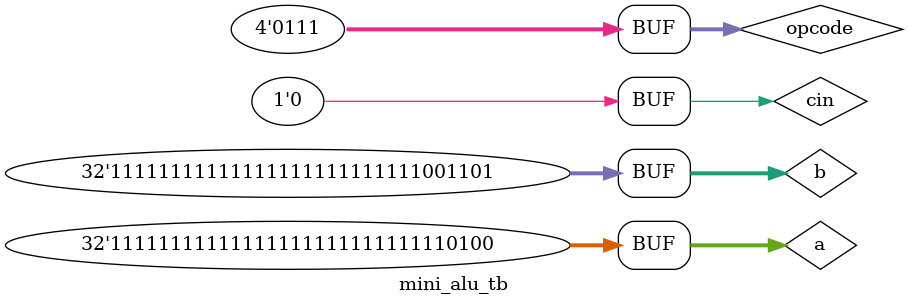
<source format=v>
`timescale 1ns / 1ns

module mini_alu_tb;

  reg signed [31:0] a;
  reg signed [31:0] b;
  reg cin;
  reg [3:0] opcode;
  wire signed [31:0] y;
  wire [3:0] flags;

  mini_alu uut (
    .a(a),
    .b(b),
    .cin(cin),
    .opcode(opcode),
    .y(y),
    .flags(flags)
  );

  initial begin
  #3 $display("Test 1: postive number and negative number");
    a = 32'b0000000000001100;
    b = -32'b0000000000110011;
    cin = 1'b0;
    opcode = 4'b0000;
    repeat (7) #10 opcode = opcode + 4'b0001;

    a = -32'b0000000000001100;
    b = -32'b0000000000110011;
    opcode = 4'b0000;

repeat (7) #10 opcode = opcode + 4'b0001;

    // if (y !== 32'h00000000 || flags !== 4'b1000) $error("Test failed for ADD operation with flags");
    end
    initial begin
    
    #4 $display("opcode |      A      |      B      |      Y      | flags");
    #5 $monitor("%b   | %d | %d | %d | %b", opcode, a, b, y, flags);
    end



endmodule

</source>
